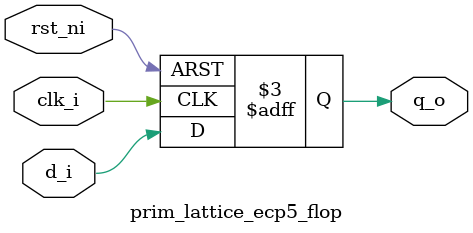
<source format=sv>

`include "prim_assert.sv"

module prim_lattice_ecp5_flop # (
  parameter int Width      = 1,
  localparam int WidthSubOne = Width-1,
  parameter logic [WidthSubOne:0] ResetValue = 0
) (
  input clk_i,
  input rst_ni,
  input [Width-1:0] d_i,
  (* keep = "true" *) output logic [Width-1:0] q_o
);

  always_ff @(posedge clk_i or negedge rst_ni) begin
    if (!rst_ni) begin
      q_o <= ResetValue;
    end else begin
      q_o <= d_i;
    end
  end

endmodule // prim_lattice_ecp5_flop

</source>
